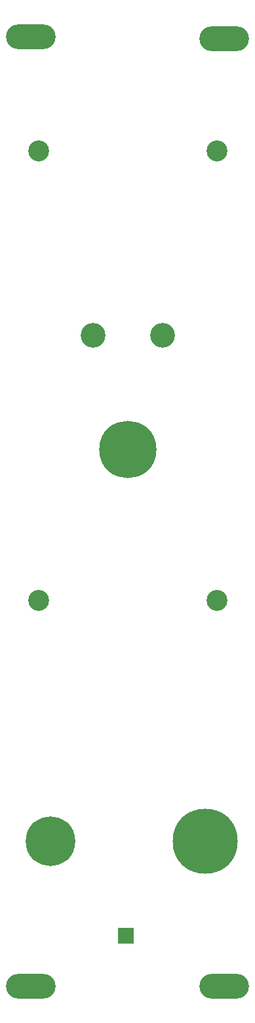
<source format=gbr>
%TF.GenerationSoftware,KiCad,Pcbnew,8.0.7*%
%TF.CreationDate,2025-02-20T16:23:03+00:00*%
%TF.ProjectId,RPi-MiniDexed-EuroRack-Panel,5250692d-4d69-46e6-9944-657865642d45,rev?*%
%TF.SameCoordinates,Original*%
%TF.FileFunction,Soldermask,Bot*%
%TF.FilePolarity,Negative*%
%FSLAX46Y46*%
G04 Gerber Fmt 4.6, Leading zero omitted, Abs format (unit mm)*
G04 Created by KiCad (PCBNEW 8.0.7) date 2025-02-20 16:23:03*
%MOMM*%
%LPD*%
G01*
G04 APERTURE LIST*
%ADD10C,2.700000*%
%ADD11C,3.200000*%
%ADD12O,6.400000X3.200000*%
%ADD13C,8.400000*%
%ADD14C,6.400000*%
%ADD15C,7.400000*%
%ADD16R,2.000000X2.000000*%
G04 APERTURE END LIST*
D10*
%TO.C,MK1*%
X58500000Y-53500000D03*
%TD*%
%TO.C,MK3*%
X58500000Y-111500000D03*
%TD*%
D11*
%TO.C,REF\u002A\u002A*%
X65500000Y-77250000D03*
%TD*%
D12*
%TO.C,REF\u002A\u002A*%
X82500000Y-39000000D03*
%TD*%
%TO.C,REF\u002A\u002A*%
X57500000Y-161250000D03*
%TD*%
D13*
%TO.C,REF\u002A\u002A*%
X80000000Y-142500000D03*
%TD*%
D10*
%TO.C,MK4*%
X81500000Y-111500000D03*
%TD*%
D12*
%TO.C,REF\u002A\u002A*%
X82500000Y-161250000D03*
%TD*%
%TO.C,REF\u002A\u002A*%
X57500000Y-38750000D03*
%TD*%
D14*
%TO.C,REF\u002A\u002A*%
X60000000Y-142500000D03*
%TD*%
D11*
%TO.C,REF\u002A\u002A*%
X74500000Y-77250000D03*
%TD*%
D10*
%TO.C,MK2*%
X81500000Y-53500000D03*
%TD*%
D15*
%TO.C,REF\u002A\u002A*%
X70040000Y-92000000D03*
%TD*%
D16*
%TO.C,REF\u002A\u002A*%
X69750000Y-154750000D03*
%TD*%
M02*

</source>
